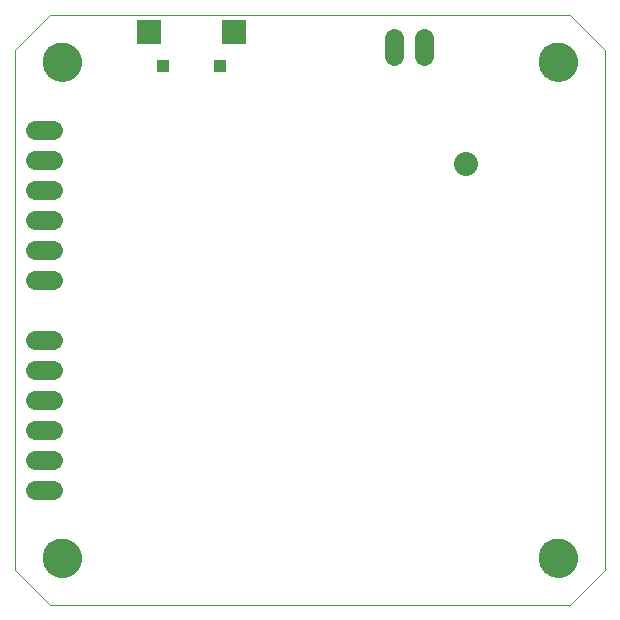
<source format=gbs>
G75*
%MOIN*%
%OFA0B0*%
%FSLAX25Y25*%
%IPPOS*%
%LPD*%
%AMOC8*
5,1,8,0,0,1.08239X$1,22.5*
%
%ADD10C,0.00000*%
%ADD11C,0.12998*%
%ADD12C,0.06400*%
%ADD13C,0.08000*%
%ADD14R,0.04172X0.04172*%
%ADD15R,0.08000X0.08000*%
D10*
X0063875Y0067686D02*
X0075686Y0055875D01*
X0248914Y0055875D01*
X0260725Y0067686D01*
X0260725Y0240914D01*
X0248914Y0252725D01*
X0075686Y0252725D01*
X0063875Y0240914D01*
X0063875Y0067686D01*
X0073324Y0071623D02*
X0073326Y0071781D01*
X0073332Y0071939D01*
X0073342Y0072097D01*
X0073356Y0072255D01*
X0073374Y0072412D01*
X0073395Y0072569D01*
X0073421Y0072725D01*
X0073451Y0072881D01*
X0073484Y0073036D01*
X0073522Y0073189D01*
X0073563Y0073342D01*
X0073608Y0073494D01*
X0073657Y0073645D01*
X0073710Y0073794D01*
X0073766Y0073942D01*
X0073826Y0074088D01*
X0073890Y0074233D01*
X0073958Y0074376D01*
X0074029Y0074518D01*
X0074103Y0074658D01*
X0074181Y0074795D01*
X0074263Y0074931D01*
X0074347Y0075065D01*
X0074436Y0075196D01*
X0074527Y0075325D01*
X0074622Y0075452D01*
X0074719Y0075577D01*
X0074820Y0075699D01*
X0074924Y0075818D01*
X0075031Y0075935D01*
X0075141Y0076049D01*
X0075254Y0076160D01*
X0075369Y0076269D01*
X0075487Y0076374D01*
X0075608Y0076476D01*
X0075731Y0076576D01*
X0075857Y0076672D01*
X0075985Y0076765D01*
X0076115Y0076855D01*
X0076248Y0076941D01*
X0076383Y0077025D01*
X0076519Y0077104D01*
X0076658Y0077181D01*
X0076799Y0077253D01*
X0076941Y0077323D01*
X0077085Y0077388D01*
X0077231Y0077450D01*
X0077378Y0077508D01*
X0077527Y0077563D01*
X0077677Y0077614D01*
X0077828Y0077661D01*
X0077980Y0077704D01*
X0078133Y0077743D01*
X0078288Y0077779D01*
X0078443Y0077810D01*
X0078599Y0077838D01*
X0078755Y0077862D01*
X0078912Y0077882D01*
X0079070Y0077898D01*
X0079227Y0077910D01*
X0079386Y0077918D01*
X0079544Y0077922D01*
X0079702Y0077922D01*
X0079860Y0077918D01*
X0080019Y0077910D01*
X0080176Y0077898D01*
X0080334Y0077882D01*
X0080491Y0077862D01*
X0080647Y0077838D01*
X0080803Y0077810D01*
X0080958Y0077779D01*
X0081113Y0077743D01*
X0081266Y0077704D01*
X0081418Y0077661D01*
X0081569Y0077614D01*
X0081719Y0077563D01*
X0081868Y0077508D01*
X0082015Y0077450D01*
X0082161Y0077388D01*
X0082305Y0077323D01*
X0082447Y0077253D01*
X0082588Y0077181D01*
X0082727Y0077104D01*
X0082863Y0077025D01*
X0082998Y0076941D01*
X0083131Y0076855D01*
X0083261Y0076765D01*
X0083389Y0076672D01*
X0083515Y0076576D01*
X0083638Y0076476D01*
X0083759Y0076374D01*
X0083877Y0076269D01*
X0083992Y0076160D01*
X0084105Y0076049D01*
X0084215Y0075935D01*
X0084322Y0075818D01*
X0084426Y0075699D01*
X0084527Y0075577D01*
X0084624Y0075452D01*
X0084719Y0075325D01*
X0084810Y0075196D01*
X0084899Y0075065D01*
X0084983Y0074931D01*
X0085065Y0074795D01*
X0085143Y0074658D01*
X0085217Y0074518D01*
X0085288Y0074376D01*
X0085356Y0074233D01*
X0085420Y0074088D01*
X0085480Y0073942D01*
X0085536Y0073794D01*
X0085589Y0073645D01*
X0085638Y0073494D01*
X0085683Y0073342D01*
X0085724Y0073189D01*
X0085762Y0073036D01*
X0085795Y0072881D01*
X0085825Y0072725D01*
X0085851Y0072569D01*
X0085872Y0072412D01*
X0085890Y0072255D01*
X0085904Y0072097D01*
X0085914Y0071939D01*
X0085920Y0071781D01*
X0085922Y0071623D01*
X0085920Y0071465D01*
X0085914Y0071307D01*
X0085904Y0071149D01*
X0085890Y0070991D01*
X0085872Y0070834D01*
X0085851Y0070677D01*
X0085825Y0070521D01*
X0085795Y0070365D01*
X0085762Y0070210D01*
X0085724Y0070057D01*
X0085683Y0069904D01*
X0085638Y0069752D01*
X0085589Y0069601D01*
X0085536Y0069452D01*
X0085480Y0069304D01*
X0085420Y0069158D01*
X0085356Y0069013D01*
X0085288Y0068870D01*
X0085217Y0068728D01*
X0085143Y0068588D01*
X0085065Y0068451D01*
X0084983Y0068315D01*
X0084899Y0068181D01*
X0084810Y0068050D01*
X0084719Y0067921D01*
X0084624Y0067794D01*
X0084527Y0067669D01*
X0084426Y0067547D01*
X0084322Y0067428D01*
X0084215Y0067311D01*
X0084105Y0067197D01*
X0083992Y0067086D01*
X0083877Y0066977D01*
X0083759Y0066872D01*
X0083638Y0066770D01*
X0083515Y0066670D01*
X0083389Y0066574D01*
X0083261Y0066481D01*
X0083131Y0066391D01*
X0082998Y0066305D01*
X0082863Y0066221D01*
X0082727Y0066142D01*
X0082588Y0066065D01*
X0082447Y0065993D01*
X0082305Y0065923D01*
X0082161Y0065858D01*
X0082015Y0065796D01*
X0081868Y0065738D01*
X0081719Y0065683D01*
X0081569Y0065632D01*
X0081418Y0065585D01*
X0081266Y0065542D01*
X0081113Y0065503D01*
X0080958Y0065467D01*
X0080803Y0065436D01*
X0080647Y0065408D01*
X0080491Y0065384D01*
X0080334Y0065364D01*
X0080176Y0065348D01*
X0080019Y0065336D01*
X0079860Y0065328D01*
X0079702Y0065324D01*
X0079544Y0065324D01*
X0079386Y0065328D01*
X0079227Y0065336D01*
X0079070Y0065348D01*
X0078912Y0065364D01*
X0078755Y0065384D01*
X0078599Y0065408D01*
X0078443Y0065436D01*
X0078288Y0065467D01*
X0078133Y0065503D01*
X0077980Y0065542D01*
X0077828Y0065585D01*
X0077677Y0065632D01*
X0077527Y0065683D01*
X0077378Y0065738D01*
X0077231Y0065796D01*
X0077085Y0065858D01*
X0076941Y0065923D01*
X0076799Y0065993D01*
X0076658Y0066065D01*
X0076519Y0066142D01*
X0076383Y0066221D01*
X0076248Y0066305D01*
X0076115Y0066391D01*
X0075985Y0066481D01*
X0075857Y0066574D01*
X0075731Y0066670D01*
X0075608Y0066770D01*
X0075487Y0066872D01*
X0075369Y0066977D01*
X0075254Y0067086D01*
X0075141Y0067197D01*
X0075031Y0067311D01*
X0074924Y0067428D01*
X0074820Y0067547D01*
X0074719Y0067669D01*
X0074622Y0067794D01*
X0074527Y0067921D01*
X0074436Y0068050D01*
X0074347Y0068181D01*
X0074263Y0068315D01*
X0074181Y0068451D01*
X0074103Y0068588D01*
X0074029Y0068728D01*
X0073958Y0068870D01*
X0073890Y0069013D01*
X0073826Y0069158D01*
X0073766Y0069304D01*
X0073710Y0069452D01*
X0073657Y0069601D01*
X0073608Y0069752D01*
X0073563Y0069904D01*
X0073522Y0070057D01*
X0073484Y0070210D01*
X0073451Y0070365D01*
X0073421Y0070521D01*
X0073395Y0070677D01*
X0073374Y0070834D01*
X0073356Y0070991D01*
X0073342Y0071149D01*
X0073332Y0071307D01*
X0073326Y0071465D01*
X0073324Y0071623D01*
X0238678Y0071623D02*
X0238680Y0071781D01*
X0238686Y0071939D01*
X0238696Y0072097D01*
X0238710Y0072255D01*
X0238728Y0072412D01*
X0238749Y0072569D01*
X0238775Y0072725D01*
X0238805Y0072881D01*
X0238838Y0073036D01*
X0238876Y0073189D01*
X0238917Y0073342D01*
X0238962Y0073494D01*
X0239011Y0073645D01*
X0239064Y0073794D01*
X0239120Y0073942D01*
X0239180Y0074088D01*
X0239244Y0074233D01*
X0239312Y0074376D01*
X0239383Y0074518D01*
X0239457Y0074658D01*
X0239535Y0074795D01*
X0239617Y0074931D01*
X0239701Y0075065D01*
X0239790Y0075196D01*
X0239881Y0075325D01*
X0239976Y0075452D01*
X0240073Y0075577D01*
X0240174Y0075699D01*
X0240278Y0075818D01*
X0240385Y0075935D01*
X0240495Y0076049D01*
X0240608Y0076160D01*
X0240723Y0076269D01*
X0240841Y0076374D01*
X0240962Y0076476D01*
X0241085Y0076576D01*
X0241211Y0076672D01*
X0241339Y0076765D01*
X0241469Y0076855D01*
X0241602Y0076941D01*
X0241737Y0077025D01*
X0241873Y0077104D01*
X0242012Y0077181D01*
X0242153Y0077253D01*
X0242295Y0077323D01*
X0242439Y0077388D01*
X0242585Y0077450D01*
X0242732Y0077508D01*
X0242881Y0077563D01*
X0243031Y0077614D01*
X0243182Y0077661D01*
X0243334Y0077704D01*
X0243487Y0077743D01*
X0243642Y0077779D01*
X0243797Y0077810D01*
X0243953Y0077838D01*
X0244109Y0077862D01*
X0244266Y0077882D01*
X0244424Y0077898D01*
X0244581Y0077910D01*
X0244740Y0077918D01*
X0244898Y0077922D01*
X0245056Y0077922D01*
X0245214Y0077918D01*
X0245373Y0077910D01*
X0245530Y0077898D01*
X0245688Y0077882D01*
X0245845Y0077862D01*
X0246001Y0077838D01*
X0246157Y0077810D01*
X0246312Y0077779D01*
X0246467Y0077743D01*
X0246620Y0077704D01*
X0246772Y0077661D01*
X0246923Y0077614D01*
X0247073Y0077563D01*
X0247222Y0077508D01*
X0247369Y0077450D01*
X0247515Y0077388D01*
X0247659Y0077323D01*
X0247801Y0077253D01*
X0247942Y0077181D01*
X0248081Y0077104D01*
X0248217Y0077025D01*
X0248352Y0076941D01*
X0248485Y0076855D01*
X0248615Y0076765D01*
X0248743Y0076672D01*
X0248869Y0076576D01*
X0248992Y0076476D01*
X0249113Y0076374D01*
X0249231Y0076269D01*
X0249346Y0076160D01*
X0249459Y0076049D01*
X0249569Y0075935D01*
X0249676Y0075818D01*
X0249780Y0075699D01*
X0249881Y0075577D01*
X0249978Y0075452D01*
X0250073Y0075325D01*
X0250164Y0075196D01*
X0250253Y0075065D01*
X0250337Y0074931D01*
X0250419Y0074795D01*
X0250497Y0074658D01*
X0250571Y0074518D01*
X0250642Y0074376D01*
X0250710Y0074233D01*
X0250774Y0074088D01*
X0250834Y0073942D01*
X0250890Y0073794D01*
X0250943Y0073645D01*
X0250992Y0073494D01*
X0251037Y0073342D01*
X0251078Y0073189D01*
X0251116Y0073036D01*
X0251149Y0072881D01*
X0251179Y0072725D01*
X0251205Y0072569D01*
X0251226Y0072412D01*
X0251244Y0072255D01*
X0251258Y0072097D01*
X0251268Y0071939D01*
X0251274Y0071781D01*
X0251276Y0071623D01*
X0251274Y0071465D01*
X0251268Y0071307D01*
X0251258Y0071149D01*
X0251244Y0070991D01*
X0251226Y0070834D01*
X0251205Y0070677D01*
X0251179Y0070521D01*
X0251149Y0070365D01*
X0251116Y0070210D01*
X0251078Y0070057D01*
X0251037Y0069904D01*
X0250992Y0069752D01*
X0250943Y0069601D01*
X0250890Y0069452D01*
X0250834Y0069304D01*
X0250774Y0069158D01*
X0250710Y0069013D01*
X0250642Y0068870D01*
X0250571Y0068728D01*
X0250497Y0068588D01*
X0250419Y0068451D01*
X0250337Y0068315D01*
X0250253Y0068181D01*
X0250164Y0068050D01*
X0250073Y0067921D01*
X0249978Y0067794D01*
X0249881Y0067669D01*
X0249780Y0067547D01*
X0249676Y0067428D01*
X0249569Y0067311D01*
X0249459Y0067197D01*
X0249346Y0067086D01*
X0249231Y0066977D01*
X0249113Y0066872D01*
X0248992Y0066770D01*
X0248869Y0066670D01*
X0248743Y0066574D01*
X0248615Y0066481D01*
X0248485Y0066391D01*
X0248352Y0066305D01*
X0248217Y0066221D01*
X0248081Y0066142D01*
X0247942Y0066065D01*
X0247801Y0065993D01*
X0247659Y0065923D01*
X0247515Y0065858D01*
X0247369Y0065796D01*
X0247222Y0065738D01*
X0247073Y0065683D01*
X0246923Y0065632D01*
X0246772Y0065585D01*
X0246620Y0065542D01*
X0246467Y0065503D01*
X0246312Y0065467D01*
X0246157Y0065436D01*
X0246001Y0065408D01*
X0245845Y0065384D01*
X0245688Y0065364D01*
X0245530Y0065348D01*
X0245373Y0065336D01*
X0245214Y0065328D01*
X0245056Y0065324D01*
X0244898Y0065324D01*
X0244740Y0065328D01*
X0244581Y0065336D01*
X0244424Y0065348D01*
X0244266Y0065364D01*
X0244109Y0065384D01*
X0243953Y0065408D01*
X0243797Y0065436D01*
X0243642Y0065467D01*
X0243487Y0065503D01*
X0243334Y0065542D01*
X0243182Y0065585D01*
X0243031Y0065632D01*
X0242881Y0065683D01*
X0242732Y0065738D01*
X0242585Y0065796D01*
X0242439Y0065858D01*
X0242295Y0065923D01*
X0242153Y0065993D01*
X0242012Y0066065D01*
X0241873Y0066142D01*
X0241737Y0066221D01*
X0241602Y0066305D01*
X0241469Y0066391D01*
X0241339Y0066481D01*
X0241211Y0066574D01*
X0241085Y0066670D01*
X0240962Y0066770D01*
X0240841Y0066872D01*
X0240723Y0066977D01*
X0240608Y0067086D01*
X0240495Y0067197D01*
X0240385Y0067311D01*
X0240278Y0067428D01*
X0240174Y0067547D01*
X0240073Y0067669D01*
X0239976Y0067794D01*
X0239881Y0067921D01*
X0239790Y0068050D01*
X0239701Y0068181D01*
X0239617Y0068315D01*
X0239535Y0068451D01*
X0239457Y0068588D01*
X0239383Y0068728D01*
X0239312Y0068870D01*
X0239244Y0069013D01*
X0239180Y0069158D01*
X0239120Y0069304D01*
X0239064Y0069452D01*
X0239011Y0069601D01*
X0238962Y0069752D01*
X0238917Y0069904D01*
X0238876Y0070057D01*
X0238838Y0070210D01*
X0238805Y0070365D01*
X0238775Y0070521D01*
X0238749Y0070677D01*
X0238728Y0070834D01*
X0238710Y0070991D01*
X0238696Y0071149D01*
X0238686Y0071307D01*
X0238680Y0071465D01*
X0238678Y0071623D01*
X0238678Y0236977D02*
X0238680Y0237135D01*
X0238686Y0237293D01*
X0238696Y0237451D01*
X0238710Y0237609D01*
X0238728Y0237766D01*
X0238749Y0237923D01*
X0238775Y0238079D01*
X0238805Y0238235D01*
X0238838Y0238390D01*
X0238876Y0238543D01*
X0238917Y0238696D01*
X0238962Y0238848D01*
X0239011Y0238999D01*
X0239064Y0239148D01*
X0239120Y0239296D01*
X0239180Y0239442D01*
X0239244Y0239587D01*
X0239312Y0239730D01*
X0239383Y0239872D01*
X0239457Y0240012D01*
X0239535Y0240149D01*
X0239617Y0240285D01*
X0239701Y0240419D01*
X0239790Y0240550D01*
X0239881Y0240679D01*
X0239976Y0240806D01*
X0240073Y0240931D01*
X0240174Y0241053D01*
X0240278Y0241172D01*
X0240385Y0241289D01*
X0240495Y0241403D01*
X0240608Y0241514D01*
X0240723Y0241623D01*
X0240841Y0241728D01*
X0240962Y0241830D01*
X0241085Y0241930D01*
X0241211Y0242026D01*
X0241339Y0242119D01*
X0241469Y0242209D01*
X0241602Y0242295D01*
X0241737Y0242379D01*
X0241873Y0242458D01*
X0242012Y0242535D01*
X0242153Y0242607D01*
X0242295Y0242677D01*
X0242439Y0242742D01*
X0242585Y0242804D01*
X0242732Y0242862D01*
X0242881Y0242917D01*
X0243031Y0242968D01*
X0243182Y0243015D01*
X0243334Y0243058D01*
X0243487Y0243097D01*
X0243642Y0243133D01*
X0243797Y0243164D01*
X0243953Y0243192D01*
X0244109Y0243216D01*
X0244266Y0243236D01*
X0244424Y0243252D01*
X0244581Y0243264D01*
X0244740Y0243272D01*
X0244898Y0243276D01*
X0245056Y0243276D01*
X0245214Y0243272D01*
X0245373Y0243264D01*
X0245530Y0243252D01*
X0245688Y0243236D01*
X0245845Y0243216D01*
X0246001Y0243192D01*
X0246157Y0243164D01*
X0246312Y0243133D01*
X0246467Y0243097D01*
X0246620Y0243058D01*
X0246772Y0243015D01*
X0246923Y0242968D01*
X0247073Y0242917D01*
X0247222Y0242862D01*
X0247369Y0242804D01*
X0247515Y0242742D01*
X0247659Y0242677D01*
X0247801Y0242607D01*
X0247942Y0242535D01*
X0248081Y0242458D01*
X0248217Y0242379D01*
X0248352Y0242295D01*
X0248485Y0242209D01*
X0248615Y0242119D01*
X0248743Y0242026D01*
X0248869Y0241930D01*
X0248992Y0241830D01*
X0249113Y0241728D01*
X0249231Y0241623D01*
X0249346Y0241514D01*
X0249459Y0241403D01*
X0249569Y0241289D01*
X0249676Y0241172D01*
X0249780Y0241053D01*
X0249881Y0240931D01*
X0249978Y0240806D01*
X0250073Y0240679D01*
X0250164Y0240550D01*
X0250253Y0240419D01*
X0250337Y0240285D01*
X0250419Y0240149D01*
X0250497Y0240012D01*
X0250571Y0239872D01*
X0250642Y0239730D01*
X0250710Y0239587D01*
X0250774Y0239442D01*
X0250834Y0239296D01*
X0250890Y0239148D01*
X0250943Y0238999D01*
X0250992Y0238848D01*
X0251037Y0238696D01*
X0251078Y0238543D01*
X0251116Y0238390D01*
X0251149Y0238235D01*
X0251179Y0238079D01*
X0251205Y0237923D01*
X0251226Y0237766D01*
X0251244Y0237609D01*
X0251258Y0237451D01*
X0251268Y0237293D01*
X0251274Y0237135D01*
X0251276Y0236977D01*
X0251274Y0236819D01*
X0251268Y0236661D01*
X0251258Y0236503D01*
X0251244Y0236345D01*
X0251226Y0236188D01*
X0251205Y0236031D01*
X0251179Y0235875D01*
X0251149Y0235719D01*
X0251116Y0235564D01*
X0251078Y0235411D01*
X0251037Y0235258D01*
X0250992Y0235106D01*
X0250943Y0234955D01*
X0250890Y0234806D01*
X0250834Y0234658D01*
X0250774Y0234512D01*
X0250710Y0234367D01*
X0250642Y0234224D01*
X0250571Y0234082D01*
X0250497Y0233942D01*
X0250419Y0233805D01*
X0250337Y0233669D01*
X0250253Y0233535D01*
X0250164Y0233404D01*
X0250073Y0233275D01*
X0249978Y0233148D01*
X0249881Y0233023D01*
X0249780Y0232901D01*
X0249676Y0232782D01*
X0249569Y0232665D01*
X0249459Y0232551D01*
X0249346Y0232440D01*
X0249231Y0232331D01*
X0249113Y0232226D01*
X0248992Y0232124D01*
X0248869Y0232024D01*
X0248743Y0231928D01*
X0248615Y0231835D01*
X0248485Y0231745D01*
X0248352Y0231659D01*
X0248217Y0231575D01*
X0248081Y0231496D01*
X0247942Y0231419D01*
X0247801Y0231347D01*
X0247659Y0231277D01*
X0247515Y0231212D01*
X0247369Y0231150D01*
X0247222Y0231092D01*
X0247073Y0231037D01*
X0246923Y0230986D01*
X0246772Y0230939D01*
X0246620Y0230896D01*
X0246467Y0230857D01*
X0246312Y0230821D01*
X0246157Y0230790D01*
X0246001Y0230762D01*
X0245845Y0230738D01*
X0245688Y0230718D01*
X0245530Y0230702D01*
X0245373Y0230690D01*
X0245214Y0230682D01*
X0245056Y0230678D01*
X0244898Y0230678D01*
X0244740Y0230682D01*
X0244581Y0230690D01*
X0244424Y0230702D01*
X0244266Y0230718D01*
X0244109Y0230738D01*
X0243953Y0230762D01*
X0243797Y0230790D01*
X0243642Y0230821D01*
X0243487Y0230857D01*
X0243334Y0230896D01*
X0243182Y0230939D01*
X0243031Y0230986D01*
X0242881Y0231037D01*
X0242732Y0231092D01*
X0242585Y0231150D01*
X0242439Y0231212D01*
X0242295Y0231277D01*
X0242153Y0231347D01*
X0242012Y0231419D01*
X0241873Y0231496D01*
X0241737Y0231575D01*
X0241602Y0231659D01*
X0241469Y0231745D01*
X0241339Y0231835D01*
X0241211Y0231928D01*
X0241085Y0232024D01*
X0240962Y0232124D01*
X0240841Y0232226D01*
X0240723Y0232331D01*
X0240608Y0232440D01*
X0240495Y0232551D01*
X0240385Y0232665D01*
X0240278Y0232782D01*
X0240174Y0232901D01*
X0240073Y0233023D01*
X0239976Y0233148D01*
X0239881Y0233275D01*
X0239790Y0233404D01*
X0239701Y0233535D01*
X0239617Y0233669D01*
X0239535Y0233805D01*
X0239457Y0233942D01*
X0239383Y0234082D01*
X0239312Y0234224D01*
X0239244Y0234367D01*
X0239180Y0234512D01*
X0239120Y0234658D01*
X0239064Y0234806D01*
X0239011Y0234955D01*
X0238962Y0235106D01*
X0238917Y0235258D01*
X0238876Y0235411D01*
X0238838Y0235564D01*
X0238805Y0235719D01*
X0238775Y0235875D01*
X0238749Y0236031D01*
X0238728Y0236188D01*
X0238710Y0236345D01*
X0238696Y0236503D01*
X0238686Y0236661D01*
X0238680Y0236819D01*
X0238678Y0236977D01*
X0073324Y0236977D02*
X0073326Y0237135D01*
X0073332Y0237293D01*
X0073342Y0237451D01*
X0073356Y0237609D01*
X0073374Y0237766D01*
X0073395Y0237923D01*
X0073421Y0238079D01*
X0073451Y0238235D01*
X0073484Y0238390D01*
X0073522Y0238543D01*
X0073563Y0238696D01*
X0073608Y0238848D01*
X0073657Y0238999D01*
X0073710Y0239148D01*
X0073766Y0239296D01*
X0073826Y0239442D01*
X0073890Y0239587D01*
X0073958Y0239730D01*
X0074029Y0239872D01*
X0074103Y0240012D01*
X0074181Y0240149D01*
X0074263Y0240285D01*
X0074347Y0240419D01*
X0074436Y0240550D01*
X0074527Y0240679D01*
X0074622Y0240806D01*
X0074719Y0240931D01*
X0074820Y0241053D01*
X0074924Y0241172D01*
X0075031Y0241289D01*
X0075141Y0241403D01*
X0075254Y0241514D01*
X0075369Y0241623D01*
X0075487Y0241728D01*
X0075608Y0241830D01*
X0075731Y0241930D01*
X0075857Y0242026D01*
X0075985Y0242119D01*
X0076115Y0242209D01*
X0076248Y0242295D01*
X0076383Y0242379D01*
X0076519Y0242458D01*
X0076658Y0242535D01*
X0076799Y0242607D01*
X0076941Y0242677D01*
X0077085Y0242742D01*
X0077231Y0242804D01*
X0077378Y0242862D01*
X0077527Y0242917D01*
X0077677Y0242968D01*
X0077828Y0243015D01*
X0077980Y0243058D01*
X0078133Y0243097D01*
X0078288Y0243133D01*
X0078443Y0243164D01*
X0078599Y0243192D01*
X0078755Y0243216D01*
X0078912Y0243236D01*
X0079070Y0243252D01*
X0079227Y0243264D01*
X0079386Y0243272D01*
X0079544Y0243276D01*
X0079702Y0243276D01*
X0079860Y0243272D01*
X0080019Y0243264D01*
X0080176Y0243252D01*
X0080334Y0243236D01*
X0080491Y0243216D01*
X0080647Y0243192D01*
X0080803Y0243164D01*
X0080958Y0243133D01*
X0081113Y0243097D01*
X0081266Y0243058D01*
X0081418Y0243015D01*
X0081569Y0242968D01*
X0081719Y0242917D01*
X0081868Y0242862D01*
X0082015Y0242804D01*
X0082161Y0242742D01*
X0082305Y0242677D01*
X0082447Y0242607D01*
X0082588Y0242535D01*
X0082727Y0242458D01*
X0082863Y0242379D01*
X0082998Y0242295D01*
X0083131Y0242209D01*
X0083261Y0242119D01*
X0083389Y0242026D01*
X0083515Y0241930D01*
X0083638Y0241830D01*
X0083759Y0241728D01*
X0083877Y0241623D01*
X0083992Y0241514D01*
X0084105Y0241403D01*
X0084215Y0241289D01*
X0084322Y0241172D01*
X0084426Y0241053D01*
X0084527Y0240931D01*
X0084624Y0240806D01*
X0084719Y0240679D01*
X0084810Y0240550D01*
X0084899Y0240419D01*
X0084983Y0240285D01*
X0085065Y0240149D01*
X0085143Y0240012D01*
X0085217Y0239872D01*
X0085288Y0239730D01*
X0085356Y0239587D01*
X0085420Y0239442D01*
X0085480Y0239296D01*
X0085536Y0239148D01*
X0085589Y0238999D01*
X0085638Y0238848D01*
X0085683Y0238696D01*
X0085724Y0238543D01*
X0085762Y0238390D01*
X0085795Y0238235D01*
X0085825Y0238079D01*
X0085851Y0237923D01*
X0085872Y0237766D01*
X0085890Y0237609D01*
X0085904Y0237451D01*
X0085914Y0237293D01*
X0085920Y0237135D01*
X0085922Y0236977D01*
X0085920Y0236819D01*
X0085914Y0236661D01*
X0085904Y0236503D01*
X0085890Y0236345D01*
X0085872Y0236188D01*
X0085851Y0236031D01*
X0085825Y0235875D01*
X0085795Y0235719D01*
X0085762Y0235564D01*
X0085724Y0235411D01*
X0085683Y0235258D01*
X0085638Y0235106D01*
X0085589Y0234955D01*
X0085536Y0234806D01*
X0085480Y0234658D01*
X0085420Y0234512D01*
X0085356Y0234367D01*
X0085288Y0234224D01*
X0085217Y0234082D01*
X0085143Y0233942D01*
X0085065Y0233805D01*
X0084983Y0233669D01*
X0084899Y0233535D01*
X0084810Y0233404D01*
X0084719Y0233275D01*
X0084624Y0233148D01*
X0084527Y0233023D01*
X0084426Y0232901D01*
X0084322Y0232782D01*
X0084215Y0232665D01*
X0084105Y0232551D01*
X0083992Y0232440D01*
X0083877Y0232331D01*
X0083759Y0232226D01*
X0083638Y0232124D01*
X0083515Y0232024D01*
X0083389Y0231928D01*
X0083261Y0231835D01*
X0083131Y0231745D01*
X0082998Y0231659D01*
X0082863Y0231575D01*
X0082727Y0231496D01*
X0082588Y0231419D01*
X0082447Y0231347D01*
X0082305Y0231277D01*
X0082161Y0231212D01*
X0082015Y0231150D01*
X0081868Y0231092D01*
X0081719Y0231037D01*
X0081569Y0230986D01*
X0081418Y0230939D01*
X0081266Y0230896D01*
X0081113Y0230857D01*
X0080958Y0230821D01*
X0080803Y0230790D01*
X0080647Y0230762D01*
X0080491Y0230738D01*
X0080334Y0230718D01*
X0080176Y0230702D01*
X0080019Y0230690D01*
X0079860Y0230682D01*
X0079702Y0230678D01*
X0079544Y0230678D01*
X0079386Y0230682D01*
X0079227Y0230690D01*
X0079070Y0230702D01*
X0078912Y0230718D01*
X0078755Y0230738D01*
X0078599Y0230762D01*
X0078443Y0230790D01*
X0078288Y0230821D01*
X0078133Y0230857D01*
X0077980Y0230896D01*
X0077828Y0230939D01*
X0077677Y0230986D01*
X0077527Y0231037D01*
X0077378Y0231092D01*
X0077231Y0231150D01*
X0077085Y0231212D01*
X0076941Y0231277D01*
X0076799Y0231347D01*
X0076658Y0231419D01*
X0076519Y0231496D01*
X0076383Y0231575D01*
X0076248Y0231659D01*
X0076115Y0231745D01*
X0075985Y0231835D01*
X0075857Y0231928D01*
X0075731Y0232024D01*
X0075608Y0232124D01*
X0075487Y0232226D01*
X0075369Y0232331D01*
X0075254Y0232440D01*
X0075141Y0232551D01*
X0075031Y0232665D01*
X0074924Y0232782D01*
X0074820Y0232901D01*
X0074719Y0233023D01*
X0074622Y0233148D01*
X0074527Y0233275D01*
X0074436Y0233404D01*
X0074347Y0233535D01*
X0074263Y0233669D01*
X0074181Y0233805D01*
X0074103Y0233942D01*
X0074029Y0234082D01*
X0073958Y0234224D01*
X0073890Y0234367D01*
X0073826Y0234512D01*
X0073766Y0234658D01*
X0073710Y0234806D01*
X0073657Y0234955D01*
X0073608Y0235106D01*
X0073563Y0235258D01*
X0073522Y0235411D01*
X0073484Y0235564D01*
X0073451Y0235719D01*
X0073421Y0235875D01*
X0073395Y0236031D01*
X0073374Y0236188D01*
X0073356Y0236345D01*
X0073342Y0236503D01*
X0073332Y0236661D01*
X0073326Y0236819D01*
X0073324Y0236977D01*
D11*
X0079623Y0236977D03*
X0244977Y0236977D03*
X0244977Y0071623D03*
X0079623Y0071623D03*
D12*
X0076717Y0094300D02*
X0070717Y0094300D01*
X0070717Y0104300D02*
X0076717Y0104300D01*
X0076717Y0114300D02*
X0070717Y0114300D01*
X0070717Y0124300D02*
X0076717Y0124300D01*
X0076717Y0134300D02*
X0070717Y0134300D01*
X0070717Y0144300D02*
X0076717Y0144300D01*
X0076717Y0164300D02*
X0070717Y0164300D01*
X0070717Y0174300D02*
X0076717Y0174300D01*
X0076717Y0184300D02*
X0070717Y0184300D01*
X0070717Y0194300D02*
X0076717Y0194300D01*
X0076717Y0204300D02*
X0070717Y0204300D01*
X0070717Y0214300D02*
X0076717Y0214300D01*
X0190300Y0238800D02*
X0190300Y0244800D01*
X0200300Y0244800D02*
X0200300Y0238800D01*
D13*
X0214300Y0202800D03*
D14*
X0132347Y0235674D03*
X0113253Y0235674D03*
D15*
X0108627Y0247091D03*
X0136973Y0247091D03*
M02*

</source>
